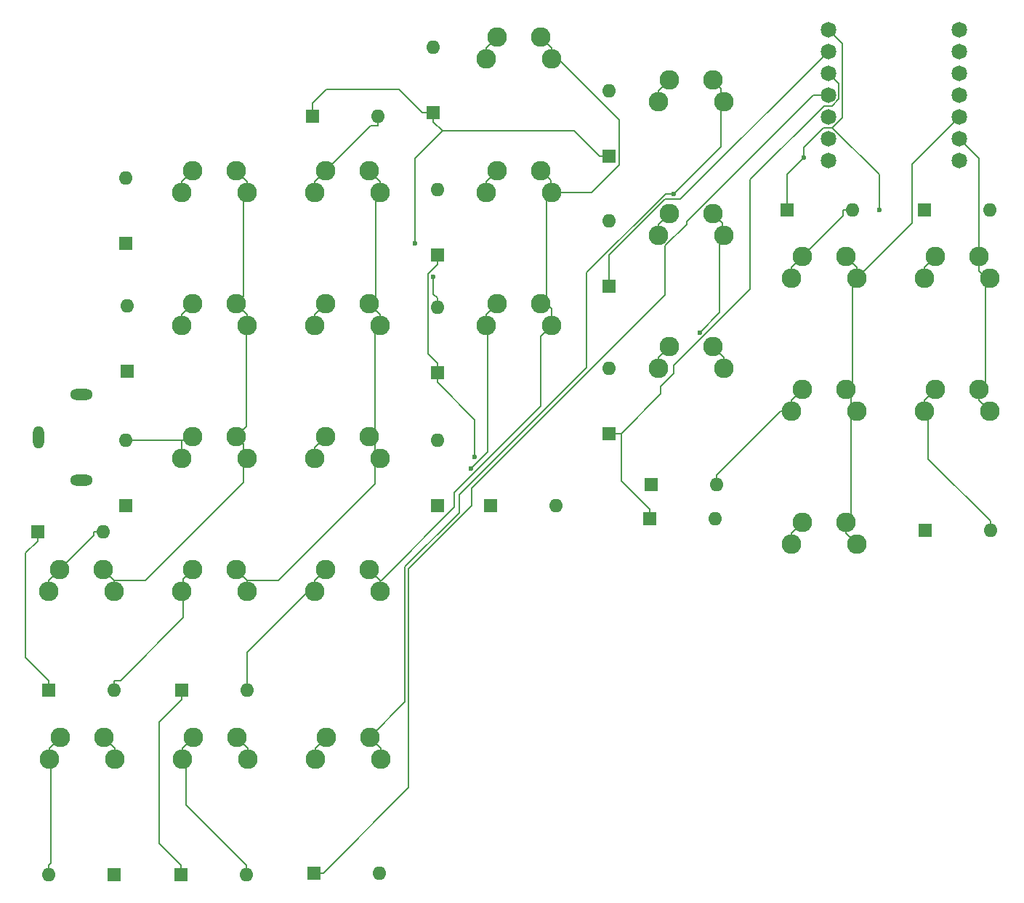
<source format=gbr>
%TF.GenerationSoftware,KiCad,Pcbnew,8.0.1*%
%TF.CreationDate,2024-04-28T21:32:14+02:00*%
%TF.ProjectId,Sword-keyboard,53776f72-642d-46b6-9579-626f6172642e,rev?*%
%TF.SameCoordinates,Original*%
%TF.FileFunction,Copper,L2,Bot*%
%TF.FilePolarity,Positive*%
%FSLAX46Y46*%
G04 Gerber Fmt 4.6, Leading zero omitted, Abs format (unit mm)*
G04 Created by KiCad (PCBNEW 8.0.1) date 2024-04-28 21:32:14*
%MOMM*%
%LPD*%
G01*
G04 APERTURE LIST*
%TA.AperFunction,ComponentPad*%
%ADD10C,2.286000*%
%TD*%
%TA.AperFunction,ComponentPad*%
%ADD11R,1.600000X1.600000*%
%TD*%
%TA.AperFunction,ComponentPad*%
%ADD12O,1.600000X1.600000*%
%TD*%
%TA.AperFunction,ComponentPad*%
%ADD13O,1.308000X2.616000*%
%TD*%
%TA.AperFunction,ComponentPad*%
%ADD14O,2.616000X1.308000*%
%TD*%
%TA.AperFunction,ComponentPad*%
%ADD15C,1.824000*%
%TD*%
%TA.AperFunction,ViaPad*%
%ADD16C,0.600000*%
%TD*%
%TA.AperFunction,Conductor*%
%ADD17C,0.200000*%
%TD*%
G04 APERTURE END LIST*
D10*
%TO.P,SW13,1,1*%
%TO.N,Net-(D13-A)*%
X120690000Y-113460000D03*
X121960000Y-110920000D03*
%TO.P,SW13,2,2*%
%TO.N,col0*%
X127040000Y-110920000D03*
X128310000Y-113460000D03*
%TD*%
%TO.P,SW12,1,1*%
%TO.N,Net-(D12-A)*%
X207190000Y-107960000D03*
X208460000Y-105420000D03*
%TO.P,SW12,2,2*%
%TO.N,col5*%
X213540000Y-105420000D03*
X214810000Y-107960000D03*
%TD*%
%TO.P,SW22,1,1*%
%TO.N,Net-(D22-A)*%
X136230000Y-148540000D03*
X137500000Y-146000000D03*
%TO.P,SW22,2,2*%
%TO.N,col3*%
X142580000Y-146000000D03*
X143850000Y-148540000D03*
%TD*%
%TO.P,SW4,1,1*%
%TO.N,Net-(D4-A)*%
X176190000Y-71960000D03*
X177460000Y-69420000D03*
%TO.P,SW4,2,2*%
%TO.N,col3*%
X182540000Y-69420000D03*
X183810000Y-71960000D03*
%TD*%
D11*
%TO.P,D13,1,K*%
%TO.N,row2*%
X114200000Y-119020000D03*
D12*
%TO.P,D13,2,A*%
%TO.N,Net-(D13-A)*%
X114200000Y-111400000D03*
%TD*%
D11*
%TO.P,D20,1,K*%
%TO.N,row3*%
X105190000Y-140500000D03*
D12*
%TO.P,D20,2,A*%
%TO.N,Net-(D20-A)*%
X112810000Y-140500000D03*
%TD*%
D10*
%TO.P,SW1,1,1*%
%TO.N,Net-(D1-A)*%
X120690000Y-82460000D03*
X121960000Y-79920000D03*
%TO.P,SW1,2,2*%
%TO.N,col0*%
X127040000Y-79920000D03*
X128310000Y-82460000D03*
%TD*%
D11*
%TO.P,D14,1,K*%
%TO.N,row2*%
X150500000Y-119010000D03*
D12*
%TO.P,D14,2,A*%
%TO.N,Net-(D14-A)*%
X150500000Y-111390000D03*
%TD*%
D11*
%TO.P,D6,1,K*%
%TO.N,row0*%
X207190000Y-84500000D03*
D12*
%TO.P,D6,2,A*%
%TO.N,Net-(D6-A)*%
X214810000Y-84500000D03*
%TD*%
D11*
%TO.P,D21,1,K*%
%TO.N,row3*%
X120690000Y-140500000D03*
D12*
%TO.P,D21,2,A*%
%TO.N,Net-(D21-A)*%
X128310000Y-140500000D03*
%TD*%
D11*
%TO.P,D8,1,K*%
%TO.N,row1*%
X150500000Y-103520000D03*
D12*
%TO.P,D8,2,A*%
%TO.N,Net-(D8-A)*%
X150500000Y-95900000D03*
%TD*%
D11*
%TO.P,D10,1,K*%
%TO.N,row1*%
X170500000Y-93420000D03*
D12*
%TO.P,D10,2,A*%
%TO.N,Net-(D10-A)*%
X170500000Y-85800000D03*
%TD*%
D10*
%TO.P,SW24,1,1*%
%TO.N,Net-(D24-A)*%
X105230000Y-148540000D03*
X106500000Y-146000000D03*
%TO.P,SW24,2,2*%
%TO.N,col5*%
X111580000Y-146000000D03*
X112850000Y-148540000D03*
%TD*%
D11*
%TO.P,D1,1,K*%
%TO.N,row0*%
X114200000Y-88410000D03*
D12*
%TO.P,D1,2,A*%
%TO.N,Net-(D1-A)*%
X114200000Y-80790000D03*
%TD*%
D10*
%TO.P,SW14,1,1*%
%TO.N,Net-(D14-A)*%
X136190000Y-113460000D03*
X137460000Y-110920000D03*
%TO.P,SW14,2,2*%
%TO.N,col1*%
X142540000Y-110920000D03*
X143810000Y-113460000D03*
%TD*%
%TO.P,SW9,1,1*%
%TO.N,Net-(D9-A)*%
X156190000Y-82460000D03*
X157460000Y-79920000D03*
%TO.P,SW9,2,2*%
%TO.N,col2*%
X162540000Y-79920000D03*
X163810000Y-82460000D03*
%TD*%
%TO.P,SW7,1,1*%
%TO.N,Net-(D7-A)*%
X120690000Y-97960000D03*
X121960000Y-95420000D03*
%TO.P,SW7,2,2*%
%TO.N,col0*%
X127040000Y-95420000D03*
X128310000Y-97960000D03*
%TD*%
D11*
%TO.P,D15,1,K*%
%TO.N,row2*%
X156690000Y-119000000D03*
D12*
%TO.P,D15,2,A*%
%TO.N,Net-(D15-A)*%
X164310000Y-119000000D03*
%TD*%
D11*
%TO.P,D4,1,K*%
%TO.N,row0*%
X170500000Y-78310000D03*
D12*
%TO.P,D4,2,A*%
%TO.N,Net-(D4-A)*%
X170500000Y-70690000D03*
%TD*%
D11*
%TO.P,D24,1,K*%
%TO.N,row3*%
X112810000Y-162000000D03*
D12*
%TO.P,D24,2,A*%
%TO.N,Net-(D24-A)*%
X105190000Y-162000000D03*
%TD*%
D10*
%TO.P,SW10,1,1*%
%TO.N,Net-(D10-A)*%
X176190000Y-87460000D03*
X177460000Y-84920000D03*
%TO.P,SW10,2,2*%
%TO.N,col3*%
X182540000Y-84920000D03*
X183810000Y-87460000D03*
%TD*%
%TO.P,SW6,1,1*%
%TO.N,Net-(D6-A)*%
X207190000Y-92460000D03*
X208460000Y-89920000D03*
%TO.P,SW6,2,2*%
%TO.N,col5*%
X213540000Y-89920000D03*
X214810000Y-92460000D03*
%TD*%
D11*
%TO.P,D19,1,K*%
%TO.N,row3*%
X103880000Y-122000000D03*
D12*
%TO.P,D19,2,A*%
%TO.N,Net-(D19-A)*%
X111500000Y-122000000D03*
%TD*%
D10*
%TO.P,SW11,1,1*%
%TO.N,Net-(D11-A)*%
X191690000Y-107960000D03*
X192960000Y-105420000D03*
%TO.P,SW11,2,2*%
%TO.N,col4*%
X198040000Y-105420000D03*
X199310000Y-107960000D03*
%TD*%
%TO.P,SW17,1,1*%
%TO.N,Net-(D17-A)*%
X191690000Y-123460000D03*
X192960000Y-120920000D03*
%TO.P,SW17,2,2*%
%TO.N,col4*%
X198040000Y-120920000D03*
X199310000Y-123460000D03*
%TD*%
%TO.P,SW5,1,1*%
%TO.N,Net-(D5-A)*%
X191690000Y-92460000D03*
X192960000Y-89920000D03*
%TO.P,SW5,2,2*%
%TO.N,col4*%
X198040000Y-89920000D03*
X199310000Y-92460000D03*
%TD*%
%TO.P,SW21,1,1*%
%TO.N,Net-(D21-A)*%
X136190000Y-128960000D03*
X137460000Y-126420000D03*
%TO.P,SW21,2,2*%
%TO.N,col2*%
X142540000Y-126420000D03*
X143810000Y-128960000D03*
%TD*%
%TO.P,SW2,1,1*%
%TO.N,Net-(D2-A)*%
X136190000Y-82460000D03*
X137460000Y-79920000D03*
%TO.P,SW2,2,2*%
%TO.N,col1*%
X142540000Y-79920000D03*
X143810000Y-82460000D03*
%TD*%
D11*
%TO.P,D7,1,K*%
%TO.N,row1*%
X114300000Y-103320000D03*
D12*
%TO.P,D7,2,A*%
%TO.N,Net-(D7-A)*%
X114300000Y-95700000D03*
%TD*%
D11*
%TO.P,D22,1,K*%
%TO.N,row3*%
X136090000Y-161800000D03*
D12*
%TO.P,D22,2,A*%
%TO.N,Net-(D22-A)*%
X143710000Y-161800000D03*
%TD*%
D11*
%TO.P,D12,1,K*%
%TO.N,row1*%
X207290000Y-121900000D03*
D12*
%TO.P,D12,2,A*%
%TO.N,Net-(D12-A)*%
X214910000Y-121900000D03*
%TD*%
D13*
%TO.P,J1,1*%
%TO.N,DATA*%
X104000000Y-111000000D03*
D14*
%TO.P,J1,2*%
%TO.N,VCC*%
X109000000Y-116000000D03*
%TO.P,J1,3*%
%TO.N,GND*%
X109000000Y-106000000D03*
%TD*%
D10*
%TO.P,SW15,1,1*%
%TO.N,Net-(D15-A)*%
X156190000Y-97960000D03*
X157460000Y-95420000D03*
%TO.P,SW15,2,2*%
%TO.N,col2*%
X162540000Y-95420000D03*
X163810000Y-97960000D03*
%TD*%
D11*
%TO.P,D17,1,K*%
%TO.N,row2*%
X175190000Y-120500000D03*
D12*
%TO.P,D17,2,A*%
%TO.N,Net-(D17-A)*%
X182810000Y-120500000D03*
%TD*%
D10*
%TO.P,SW20,1,1*%
%TO.N,Net-(D20-A)*%
X120690000Y-128960000D03*
X121960000Y-126420000D03*
%TO.P,SW20,2,2*%
%TO.N,col1*%
X127040000Y-126420000D03*
X128310000Y-128960000D03*
%TD*%
D11*
%TO.P,D23,1,K*%
%TO.N,row3*%
X120590000Y-162000000D03*
D12*
%TO.P,D23,2,A*%
%TO.N,Net-(D23-A)*%
X128210000Y-162000000D03*
%TD*%
D11*
%TO.P,D16,1,K*%
%TO.N,row2*%
X170500000Y-110620000D03*
D12*
%TO.P,D16,2,A*%
%TO.N,Net-(D16-A)*%
X170500000Y-103000000D03*
%TD*%
D11*
%TO.P,D2,1,K*%
%TO.N,row0*%
X135880000Y-73600000D03*
D12*
%TO.P,D2,2,A*%
%TO.N,Net-(D2-A)*%
X143500000Y-73600000D03*
%TD*%
D10*
%TO.P,SW16,1,1*%
%TO.N,Net-(D16-A)*%
X176190000Y-102960000D03*
X177460000Y-100420000D03*
%TO.P,SW16,2,2*%
%TO.N,col3*%
X182540000Y-100420000D03*
X183810000Y-102960000D03*
%TD*%
D15*
%TO.P,U1,1,PA02_A0_D0*%
%TO.N,row0*%
X196000000Y-63500000D03*
%TO.P,U1,2,PA4_A1_D1*%
%TO.N,row1*%
X196000000Y-66040000D03*
%TO.P,U1,3,PA10_A2_D2*%
%TO.N,row2*%
X196000000Y-68580000D03*
%TO.P,U1,4,PA11_A3_D3*%
%TO.N,row3*%
X196000000Y-71120000D03*
%TO.P,U1,5,PA8_A4_D4_SDA*%
%TO.N,col0*%
X196000000Y-73660000D03*
%TO.P,U1,6,PA9_A5_D5_SCL*%
%TO.N,col1*%
X196000000Y-76200000D03*
%TO.P,U1,7,PB08_A6_D6_TX*%
%TO.N,col2*%
X196000000Y-78740000D03*
%TO.P,U1,8,PB09_A7_D7_RX*%
%TO.N,DATA*%
X211250000Y-78740000D03*
%TO.P,U1,9,PA7_A8_D8_SCK*%
%TO.N,col5*%
X211250000Y-76200000D03*
%TO.P,U1,10,PA5_A9_D9_MISO*%
%TO.N,col4*%
X211250000Y-73660000D03*
%TO.P,U1,11,PA6_A10_D10_MOSI*%
%TO.N,col3*%
X211250000Y-71120000D03*
%TO.P,U1,12,3V3*%
%TO.N,VCC*%
X211250000Y-68580000D03*
%TO.P,U1,13,GND*%
%TO.N,GND*%
X211250000Y-66040000D03*
%TO.P,U1,14,5V*%
%TO.N,unconnected-(U1-5V-Pad14)*%
X211250000Y-63500000D03*
%TD*%
D10*
%TO.P,SW19,1,1*%
%TO.N,Net-(D19-A)*%
X105190000Y-128960000D03*
X106460000Y-126420000D03*
%TO.P,SW19,2,2*%
%TO.N,col0*%
X111540000Y-126420000D03*
X112810000Y-128960000D03*
%TD*%
%TO.P,SW3,1,1*%
%TO.N,Net-(D3-A)*%
X156190000Y-66960000D03*
X157460000Y-64420000D03*
%TO.P,SW3,2,2*%
%TO.N,col2*%
X162540000Y-64420000D03*
X163810000Y-66960000D03*
%TD*%
%TO.P,SW23,1,1*%
%TO.N,Net-(D23-A)*%
X120730000Y-148540000D03*
X122000000Y-146000000D03*
%TO.P,SW23,2,2*%
%TO.N,col4*%
X127080000Y-146000000D03*
X128350000Y-148540000D03*
%TD*%
D11*
%TO.P,D9,1,K*%
%TO.N,row1*%
X150500000Y-89810000D03*
D12*
%TO.P,D9,2,A*%
%TO.N,Net-(D9-A)*%
X150500000Y-82190000D03*
%TD*%
D11*
%TO.P,D5,1,K*%
%TO.N,row0*%
X191190000Y-84500000D03*
D12*
%TO.P,D5,2,A*%
%TO.N,Net-(D5-A)*%
X198810000Y-84500000D03*
%TD*%
D10*
%TO.P,SW8,1,1*%
%TO.N,Net-(D8-A)*%
X136190000Y-97960000D03*
X137460000Y-95420000D03*
%TO.P,SW8,2,2*%
%TO.N,col1*%
X142540000Y-95420000D03*
X143810000Y-97960000D03*
%TD*%
D11*
%TO.P,D3,1,K*%
%TO.N,row0*%
X150000000Y-73210000D03*
D12*
%TO.P,D3,2,A*%
%TO.N,Net-(D3-A)*%
X150000000Y-65590000D03*
%TD*%
D11*
%TO.P,D11,1,K*%
%TO.N,row1*%
X175380000Y-116500000D03*
D12*
%TO.P,D11,2,A*%
%TO.N,Net-(D11-A)*%
X183000000Y-116500000D03*
%TD*%
D16*
%TO.N,row0*%
X147856700Y-88410000D03*
X201968000Y-84561900D03*
X193136000Y-78472400D03*
%TO.N,row1*%
X154841200Y-113337800D03*
%TO.N,Net-(D8-A)*%
X150018100Y-92343700D03*
%TO.N,Net-(D15-A)*%
X154355500Y-114709700D03*
%TO.N,col3*%
X181015300Y-98844100D03*
X177978100Y-82636100D03*
%TD*%
D17*
%TO.N,row0*%
X146000000Y-70500000D02*
X148710000Y-73210000D01*
X197664500Y-65164500D02*
X197664500Y-73762200D01*
X151036000Y-75347600D02*
X147856700Y-78526900D01*
X197664500Y-73762200D02*
X196496700Y-74930000D01*
X169398300Y-78310000D02*
X166435900Y-75347600D01*
X193136000Y-77277500D02*
X193136000Y-78472400D01*
X201968000Y-80401300D02*
X201968000Y-84561900D01*
X135880000Y-72120000D02*
X137500000Y-70500000D01*
X166435900Y-75347600D02*
X151036000Y-75347600D01*
X196000000Y-63500000D02*
X197664500Y-65164500D01*
X191190000Y-80418400D02*
X191190000Y-84500000D01*
X150000000Y-73210000D02*
X150000000Y-74311700D01*
X135880000Y-73600000D02*
X135880000Y-72120000D01*
X147856700Y-78526900D02*
X147856700Y-88410000D01*
X148710000Y-73210000D02*
X150000000Y-73210000D01*
X195483500Y-74930000D02*
X193136000Y-77277500D01*
X193136000Y-78472400D02*
X191190000Y-80418400D01*
X137500000Y-70500000D02*
X146000000Y-70500000D01*
X196496700Y-74930000D02*
X201968000Y-80401300D01*
X150000000Y-74311700D02*
X151036000Y-75347600D01*
X196496700Y-74930000D02*
X195483500Y-74930000D01*
X170500000Y-78310000D02*
X169398300Y-78310000D01*
%TO.N,Net-(D1-A)*%
X120690000Y-81190000D02*
X121960000Y-79920000D01*
X120690000Y-82460000D02*
X120690000Y-81190000D01*
%TO.N,Net-(D2-A)*%
X143500000Y-73600000D02*
X143500000Y-74701700D01*
X142678300Y-74701700D02*
X137460000Y-79920000D01*
X137460000Y-79920000D02*
X136190000Y-81190000D01*
X143500000Y-74701700D02*
X142678300Y-74701700D01*
X136190000Y-81190000D02*
X136190000Y-82460000D01*
%TO.N,Net-(D3-A)*%
X157460000Y-64420000D02*
X156190000Y-65690000D01*
X156190000Y-65690000D02*
X156190000Y-66960000D01*
%TO.N,Net-(D4-A)*%
X176190000Y-70690000D02*
X176190000Y-71960000D01*
X177460000Y-69420000D02*
X176190000Y-70690000D01*
%TO.N,Net-(D5-A)*%
X198810000Y-84500000D02*
X197708300Y-84500000D01*
X197708300Y-85171700D02*
X192960000Y-89920000D01*
X191690000Y-91190000D02*
X191690000Y-92460000D01*
X192960000Y-89920000D02*
X191690000Y-91190000D01*
X197708300Y-84500000D02*
X197708300Y-85171700D01*
%TO.N,Net-(D6-A)*%
X207190000Y-91190000D02*
X207190000Y-92460000D01*
X208460000Y-89920000D02*
X207190000Y-91190000D01*
%TO.N,Net-(D7-A)*%
X121960000Y-95420000D02*
X120690000Y-96690000D01*
X120690000Y-96690000D02*
X120690000Y-97960000D01*
%TO.N,row1*%
X149398300Y-92013400D02*
X149398300Y-101316600D01*
X150500000Y-104621700D02*
X154841200Y-108962900D01*
X150500000Y-90911700D02*
X149398300Y-92013400D01*
X149398300Y-101316600D02*
X150500000Y-102418300D01*
X170500000Y-93420000D02*
X170500000Y-89758900D01*
X150500000Y-89810000D02*
X150500000Y-90911700D01*
X177021100Y-83237800D02*
X178802200Y-83237800D01*
X170500000Y-89758900D02*
X177021100Y-83237800D01*
X154841200Y-108962900D02*
X154841200Y-113337800D01*
X150500000Y-103520000D02*
X150500000Y-102418300D01*
X178802200Y-83237800D02*
X196000000Y-66040000D01*
X150500000Y-103520000D02*
X150500000Y-104621700D01*
%TO.N,Net-(D8-A)*%
X150018100Y-94316400D02*
X150018100Y-92343700D01*
X136190000Y-96690000D02*
X136190000Y-97960000D01*
X150500000Y-95900000D02*
X150500000Y-94798300D01*
X150500000Y-94798300D02*
X150018100Y-94316400D01*
X137460000Y-95420000D02*
X136190000Y-96690000D01*
%TO.N,Net-(D9-A)*%
X156190000Y-81190000D02*
X156190000Y-82460000D01*
X157460000Y-79920000D02*
X156190000Y-81190000D01*
%TO.N,Net-(D10-A)*%
X176190000Y-86190000D02*
X176190000Y-87460000D01*
X177460000Y-84920000D02*
X176190000Y-86190000D01*
%TO.N,Net-(D11-A)*%
X183000000Y-116500000D02*
X183000000Y-115398300D01*
X190438300Y-107960000D02*
X191690000Y-107960000D01*
X183000000Y-115398300D02*
X190438300Y-107960000D01*
X191690000Y-106690000D02*
X191690000Y-107960000D01*
X192960000Y-105420000D02*
X191690000Y-106690000D01*
%TO.N,Net-(D12-A)*%
X207190000Y-106690000D02*
X207190000Y-107960000D01*
X207651900Y-113540200D02*
X207651900Y-108421900D01*
X214910000Y-121900000D02*
X214910000Y-120798300D01*
X214910000Y-120798300D02*
X207651900Y-113540200D01*
X208460000Y-105420000D02*
X207190000Y-106690000D01*
X207651900Y-108421900D02*
X207190000Y-107960000D01*
%TO.N,Net-(D13-A)*%
X121480000Y-111400000D02*
X121960000Y-110920000D01*
X120690000Y-111400000D02*
X121480000Y-111400000D01*
X120690000Y-111400000D02*
X120690000Y-113460000D01*
X114200000Y-111400000D02*
X120690000Y-111400000D01*
%TO.N,row2*%
X175190000Y-119398300D02*
X171868900Y-116077200D01*
X186929300Y-93789700D02*
X178042400Y-102676600D01*
X196000000Y-68580000D02*
X197225400Y-69805400D01*
X176511300Y-105113200D02*
X176511300Y-105977600D01*
X197225400Y-69805400D02*
X197225400Y-71614900D01*
X196450300Y-72390000D02*
X195515100Y-72390000D01*
X178042400Y-103582100D02*
X176511300Y-105113200D01*
X186929300Y-80975800D02*
X186929300Y-93789700D01*
X175190000Y-120500000D02*
X175190000Y-119398300D01*
X197225400Y-71614900D02*
X196450300Y-72390000D01*
X171868900Y-110620000D02*
X170500000Y-110620000D01*
X176511300Y-105977600D02*
X171868900Y-110620000D01*
X178042400Y-102676600D02*
X178042400Y-103582100D01*
X195515100Y-72390000D02*
X186929300Y-80975800D01*
X171868900Y-116077200D02*
X171868900Y-110620000D01*
%TO.N,Net-(D14-A)*%
X136190000Y-112190000D02*
X136190000Y-113460000D01*
X137460000Y-110920000D02*
X136190000Y-112190000D01*
%TO.N,Net-(D15-A)*%
X156365800Y-98135800D02*
X156365800Y-112699400D01*
X156365800Y-112699400D02*
X154355500Y-114709700D01*
X156190000Y-96690000D02*
X156190000Y-97960000D01*
X156190000Y-97960000D02*
X156365800Y-98135800D01*
X157460000Y-95420000D02*
X156190000Y-96690000D01*
%TO.N,Net-(D16-A)*%
X176190000Y-101690000D02*
X176190000Y-102960000D01*
X177460000Y-100420000D02*
X176190000Y-101690000D01*
%TO.N,Net-(D17-A)*%
X191690000Y-122190000D02*
X191690000Y-123460000D01*
X192960000Y-120920000D02*
X191690000Y-122190000D01*
%TO.N,row3*%
X105190000Y-140500000D02*
X105190000Y-139398300D01*
X179506600Y-86186600D02*
X179506600Y-85910300D01*
X136090000Y-161800000D02*
X137191700Y-161800000D01*
X120590000Y-162000000D02*
X120590000Y-160898300D01*
X147109900Y-151881800D02*
X147109900Y-126354100D01*
X137191700Y-161800000D02*
X147109900Y-151881800D01*
X176981900Y-94447700D02*
X176981900Y-88711300D01*
X118036900Y-158345200D02*
X118036900Y-144254800D01*
X105190000Y-139398300D02*
X102455100Y-136663400D01*
X120590000Y-160898300D02*
X118036900Y-158345200D01*
X120690000Y-140500000D02*
X120690000Y-141601700D01*
X103880000Y-122000000D02*
X103880000Y-123101700D01*
X179506600Y-85910300D02*
X194296900Y-71120000D01*
X194296900Y-71120000D02*
X196000000Y-71120000D01*
X102455100Y-124526600D02*
X103880000Y-123101700D01*
X102455100Y-136663400D02*
X102455100Y-124526600D01*
X118036900Y-144254800D02*
X120690000Y-141601700D01*
X154451100Y-116978500D02*
X176981900Y-94447700D01*
X154451100Y-119012900D02*
X154451100Y-116978500D01*
X147109900Y-126354100D02*
X154451100Y-119012900D01*
X176981900Y-88711300D02*
X179506600Y-86186600D01*
%TO.N,Net-(D19-A)*%
X110398300Y-122481700D02*
X106460000Y-126420000D01*
X106460000Y-126420000D02*
X105190000Y-127690000D01*
X105190000Y-127690000D02*
X105190000Y-128960000D01*
X111500000Y-122000000D02*
X110398300Y-122000000D01*
X110398300Y-122000000D02*
X110398300Y-122481700D01*
%TO.N,Net-(D20-A)*%
X120863200Y-132068100D02*
X120863200Y-128960000D01*
X113533000Y-139398300D02*
X120863200Y-132068100D01*
X121960000Y-126420000D02*
X120863200Y-127516800D01*
X120863200Y-127516800D02*
X120863200Y-128960000D01*
X112810000Y-140500000D02*
X112810000Y-139398300D01*
X120863200Y-128960000D02*
X120690000Y-128960000D01*
X112810000Y-139398300D02*
X113533000Y-139398300D01*
%TO.N,Net-(D21-A)*%
X135441400Y-128960000D02*
X136190000Y-128960000D01*
X128310000Y-136091400D02*
X135441400Y-128960000D01*
X136190000Y-127690000D02*
X136190000Y-128960000D01*
X137460000Y-126420000D02*
X136190000Y-127690000D01*
X128310000Y-140500000D02*
X128310000Y-136091400D01*
%TO.N,Net-(D22-A)*%
X137500000Y-146000000D02*
X136230000Y-147270000D01*
X136230000Y-147270000D02*
X136230000Y-148540000D01*
%TO.N,Net-(D23-A)*%
X120730000Y-147270000D02*
X120730000Y-148540000D01*
X128210000Y-162000000D02*
X128210000Y-160898300D01*
X128210000Y-160898300D02*
X121191900Y-153880200D01*
X121191900Y-149001900D02*
X120730000Y-148540000D01*
X121191900Y-153880200D02*
X121191900Y-149001900D01*
X122000000Y-146000000D02*
X120730000Y-147270000D01*
%TO.N,Net-(D24-A)*%
X105230000Y-147270000D02*
X105230000Y-148540000D01*
X105190000Y-160898300D02*
X105405800Y-160682500D01*
X105190000Y-162000000D02*
X105190000Y-160898300D01*
X105405800Y-160682500D02*
X105405800Y-148715800D01*
X106500000Y-146000000D02*
X105230000Y-147270000D01*
X105405800Y-148715800D02*
X105230000Y-148540000D01*
%TO.N,col0*%
X127848300Y-94611700D02*
X127040000Y-95420000D01*
X128177400Y-109782600D02*
X127040000Y-110920000D01*
X128310000Y-97960000D02*
X128177400Y-98092600D01*
X128310000Y-96690000D02*
X127040000Y-95420000D01*
X127848300Y-111728300D02*
X127040000Y-110920000D01*
X112810000Y-127690000D02*
X116453000Y-127690000D01*
X112810000Y-127690000D02*
X111540000Y-126420000D01*
X127848300Y-116294700D02*
X127848300Y-115108200D01*
X127848300Y-82921700D02*
X127848300Y-94611700D01*
X116453000Y-127690000D02*
X127848300Y-116294700D01*
X128310000Y-82460000D02*
X127848300Y-82921700D01*
X128310000Y-82460000D02*
X128310000Y-81190000D01*
X127848300Y-113921700D02*
X128310000Y-113460000D01*
X128310000Y-97960000D02*
X128310000Y-96690000D01*
X127848300Y-115108200D02*
X127848300Y-111728300D01*
X127848300Y-115108200D02*
X127848300Y-113921700D01*
X128310000Y-81190000D02*
X127040000Y-79920000D01*
X128177400Y-98092600D02*
X128177400Y-109782600D01*
X112810000Y-128960000D02*
X112810000Y-127690000D01*
%TO.N,col1*%
X128310000Y-127690000D02*
X131960000Y-127690000D01*
X143177800Y-113460000D02*
X143177800Y-111557800D01*
X143267800Y-94692200D02*
X142540000Y-95420000D01*
X143810000Y-82460000D02*
X143267800Y-83002200D01*
X143267800Y-83002200D02*
X143267800Y-94692200D01*
X143810000Y-97960000D02*
X143175000Y-98595000D01*
X143175000Y-110285000D02*
X142540000Y-110920000D01*
X143177800Y-111557800D02*
X142540000Y-110920000D01*
X143177800Y-116472200D02*
X143177800Y-113460000D01*
X128310000Y-127690000D02*
X127040000Y-126420000D01*
X143177800Y-113460000D02*
X143810000Y-113460000D01*
X143810000Y-97960000D02*
X143810000Y-96690000D01*
X131960000Y-127690000D02*
X143177800Y-116472200D01*
X143175000Y-98595000D02*
X143175000Y-110285000D01*
X143810000Y-82460000D02*
X143810000Y-81190000D01*
X128310000Y-128960000D02*
X128310000Y-127690000D01*
X143810000Y-81190000D02*
X142540000Y-79920000D01*
X143810000Y-96690000D02*
X142540000Y-95420000D01*
%TO.N,col2*%
X163712000Y-82460000D02*
X163712000Y-81092000D01*
X163175000Y-95420000D02*
X163175000Y-82997000D01*
X171610600Y-74017600D02*
X171610600Y-79270300D01*
X163175000Y-82997000D02*
X163712000Y-82460000D01*
X163712000Y-81092000D02*
X162540000Y-79920000D01*
X152457500Y-117487600D02*
X152457500Y-119155800D01*
X171610600Y-79270300D02*
X168420900Y-82460000D01*
X163712000Y-82460000D02*
X163810000Y-82460000D01*
X163810000Y-97960000D02*
X162545600Y-99224400D01*
X152457500Y-119155800D02*
X143923300Y-127690000D01*
X143810000Y-127690000D02*
X142540000Y-126420000D01*
X164553000Y-66960000D02*
X171610600Y-74017600D01*
X143923300Y-127690000D02*
X143810000Y-127690000D01*
X162545600Y-99224400D02*
X162545600Y-107399500D01*
X163810000Y-65690000D02*
X162540000Y-64420000D01*
X163810000Y-97960000D02*
X163810000Y-96055000D01*
X163810000Y-96055000D02*
X163175000Y-95420000D01*
X163810000Y-66960000D02*
X163810000Y-65690000D01*
X163810000Y-66960000D02*
X164553000Y-66960000D01*
X168420900Y-82460000D02*
X163810000Y-82460000D01*
X143810000Y-128960000D02*
X143810000Y-127690000D01*
X163175000Y-95420000D02*
X162540000Y-95420000D01*
X162545600Y-107399500D02*
X152457500Y-117487600D01*
%TO.N,col3*%
X183712000Y-87460000D02*
X183712000Y-86092000D01*
X167841300Y-102871500D02*
X153025600Y-117687200D01*
X183348300Y-96511100D02*
X183348300Y-87823700D01*
X183481100Y-71960000D02*
X183481100Y-70361100D01*
X153025600Y-117687200D02*
X153025600Y-119799600D01*
X153025600Y-119799600D02*
X146708200Y-126117000D01*
X146708200Y-126117000D02*
X146708200Y-141871800D01*
X183810000Y-102960000D02*
X183810000Y-101690000D01*
X181015300Y-98844100D02*
X183348300Y-96511100D01*
X183348300Y-87823700D02*
X183712000Y-87460000D01*
X183712000Y-86092000D02*
X182540000Y-84920000D01*
X183481100Y-70361100D02*
X182540000Y-69420000D01*
X183481100Y-71960000D02*
X183481100Y-77133100D01*
X177033000Y-82636100D02*
X167841300Y-91827800D01*
X167841300Y-91827800D02*
X167841300Y-102871500D01*
X183810000Y-101690000D02*
X182540000Y-100420000D01*
X146708200Y-141871800D02*
X142580000Y-146000000D01*
X183810000Y-87460000D02*
X183712000Y-87460000D01*
X143850000Y-147270000D02*
X142580000Y-146000000D01*
X177978100Y-82636100D02*
X177033000Y-82636100D01*
X183481100Y-77133100D02*
X177978100Y-82636100D01*
X143850000Y-148540000D02*
X143850000Y-147270000D01*
X183481100Y-71960000D02*
X183810000Y-71960000D01*
%TO.N,col4*%
X199310000Y-92460000D02*
X198848300Y-92921700D01*
X128350000Y-147270000D02*
X127080000Y-146000000D01*
X198677800Y-107960000D02*
X199310000Y-107960000D01*
X211250000Y-73660000D02*
X205746800Y-79163200D01*
X198677800Y-106057800D02*
X198040000Y-105420000D01*
X199310000Y-91190000D02*
X198040000Y-89920000D01*
X128350000Y-148540000D02*
X128350000Y-147270000D01*
X198848300Y-92921700D02*
X198848300Y-104611700D01*
X198677800Y-107960000D02*
X198677800Y-106057800D01*
X205746800Y-86023200D02*
X199310000Y-92460000D01*
X198040000Y-120920000D02*
X198677800Y-120282200D01*
X198848300Y-104611700D02*
X198040000Y-105420000D01*
X199310000Y-92460000D02*
X199310000Y-91190000D01*
X198040000Y-122190000D02*
X198040000Y-120920000D01*
X205746800Y-79163200D02*
X205746800Y-86023200D01*
X199310000Y-123460000D02*
X198040000Y-122190000D01*
X198677800Y-120282200D02*
X198677800Y-107960000D01*
%TO.N,col5*%
X213540000Y-78490000D02*
X213540000Y-89920000D01*
X213540000Y-89920000D02*
X213540000Y-91651800D01*
X112850000Y-148540000D02*
X112850000Y-147270000D01*
X213540000Y-106690000D02*
X213540000Y-105420000D01*
X214348200Y-92460000D02*
X214810000Y-92460000D01*
X214810000Y-107960000D02*
X213540000Y-106690000D01*
X213540000Y-91651800D02*
X214348200Y-92460000D01*
X112850000Y-147270000D02*
X111580000Y-146000000D01*
X211250000Y-76200000D02*
X213540000Y-78490000D01*
X214348200Y-92460000D02*
X214348200Y-104611800D01*
X214348200Y-104611800D02*
X213540000Y-105420000D01*
%TD*%
M02*

</source>
